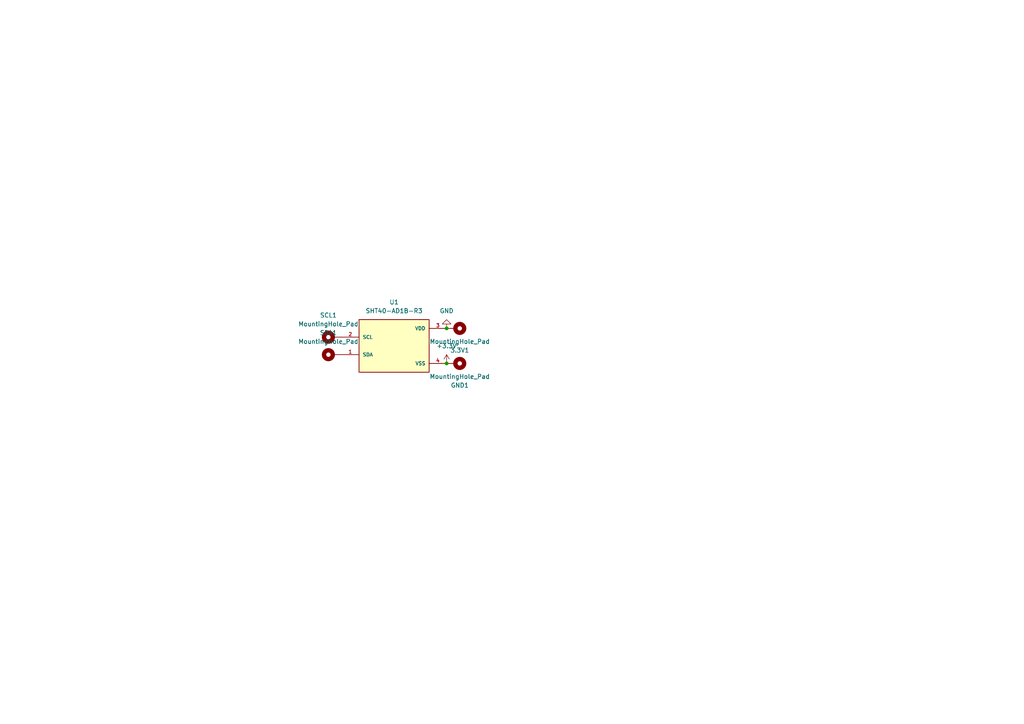
<source format=kicad_sch>
(kicad_sch (version 20250114) (generator "eeschema") (generator_version "9.0")
  (paper "A4")
  (lib_symbols
    (symbol "Mechanical:MountingHole_Pad" (pin_numbers (hide yes)) (pin_names (offset 1.016) (hide yes)) (in_bom no)
      (property "Reference" "H" (at 0 6.35 0))
      (property "Value" "MountingHole_Pad" (at 0 4.445 0))
      (symbol "MountingHole_Pad_0_1"
        (circle (center 0 1.27) (radius 1.27) (stroke (width 1.27)))
      )
      (symbol "MountingHole_Pad_1_1"
        (pin input line (at 0 -2.54 90) (length 2.54) (name "1") (number "1"))
      )
    )
    (symbol "SHT40-AD1B-R3:SHT40-AD1B-R3" (pin_names (offset 1.016))
      (property "Reference" "U" (at -10.16 8.89 0))
      (property "Value" "SHT40-AD1B-R3" (at -10.16 -10.16 0))
      (symbol "SHT40-AD1B-R3_0_0"
        (rectangle (start -10.16 -7.62) (end 10.16 7.62) (stroke (width 0.254)) (fill (type background)))
        (pin input line (at -15.24 2.54 0) (length 5.08) (name "SCL") (number "2"))
        (pin bidirectional line (at -15.24 -2.54 0) (length 5.08) (name "SDA") (number "1"))
        (pin power_in line (at 15.24 5.08 180) (length 5.08) (name "VDD") (number "3"))
        (pin power_in line (at 15.24 -5.08 180) (length 5.08) (name "VSS") (number "4"))
      )
    )
    (symbol "power:+3.3V" (power) (pin_numbers (hide yes)) (pin_names (offset 0) (hide yes))
      (property "Value" "+3.3V" (at 0 3.556 0))
      (symbol "+3.3V_0_1"
        (polyline (pts (xy -0.762 1.27) (xy 0 2.54)))
        (polyline (pts (xy 0 2.54) (xy 0.762 1.27)))
        (polyline (pts (xy 0 0) (xy 0 2.54)))
      )
      (symbol "+3.3V_1_1"
        (pin power_in line (at 0 0 90) (length 0) (name "~") (number "1"))
      )
    )
    (symbol "power:GND" (power) (pin_numbers (hide yes)) (pin_names (offset 0) (hide yes))
      (property "Value" "GND" (at 0 -3.81 0))
      (symbol "GND_0_1"
        (polyline (pts (xy 0 0) (xy 0 -1.27) (xy 1.27 -1.27) (xy 0 -2.54) (xy -1.27 -1.27) (xy 0 -1.27)))
      )
      (symbol "GND_1_1"
        (pin power_in line (at 0 0 270) (length 0) (name "~") (number "1"))
      )
    )
  )
  (junction (at 129.54 105.41))
  (junction (at 129.54 95.25))
  (symbol (lib_id "power:GND") (at 129.54 95.25 180) (unit 1)
    (property "Reference" "#PWR01" (effects (hide yes)))
    (property "Value" "GND" (at 129.54 90.17 0))
    (property "Description" "Power symbol creates a global label with name \"GND\" , ground" (effects (hide yes)))
  )
  (symbol (lib_id "Mechanical:MountingHole_Pad") (at 132.08 95.25 270) (unit 1) (in_bom no)
    (property "Reference" "3.3V1" (at 133.35 101.6 90))
    (property "Value" "MountingHole_Pad" (at 133.35 99.06 90))
    (property "Footprint" "MountingHole:MountingHole_2.2mm_M2_DIN965_Pad" (effects (hide yes)))
    (property "Description" "Mounting Hole with connection" (effects (hide yes)))
  )
  (symbol (lib_id "SHT40-AD1B-R3:SHT40-AD1B-R3") (at 114.3 100.33 0) (unit 1)
    (property "Reference" "U1" (at 114.3 87.63 0))
    (property "Value" "SHT40-AD1B-R3" (at 114.3 90.17 0))
    (property "Footprint" "SHT40-AD1B-R3:SHT4X" (effects (hide yes)))
    (property "DigiKey_Part_Number" "1649-SHT40-AD1B-R3CT-ND" (effects (hide yes)))
    (property "SnapEDA_Link" "https://www.snapeda.com/parts/SHT40-AD1B-R3/Sensirion/view-part/?ref=snap" (effects (hide yes)))
    (property "Description_1" "Digital Relative Humidity Temperature Sensor, ±1.8 / max 3.5 %RH, ±0.2 °C, Ultra-Low-Power" (effects (hide yes)))
    (property "MF" "Sensirion" (effects (hide yes)))
    (property "Package" "DFN-4 Sensirion" (effects (hide yes)))
    (property "Check_prices" "https://www.snapeda.com/parts/SHT40-AD1B-R3/Sensirion/view-part/?ref=eda" (effects (hide yes)))
    (property "MP" "SHT40-AD1B-R3" (effects (hide yes)))
  )
  (symbol (lib_id "power:+3.3V") (at 129.54 105.41 0) (unit 1)
    (property "Reference" "#PWR02" (effects (hide yes)))
    (property "Value" "+3.3V" (at 129.54 100.33 0))
    (property "Description" "Power symbol creates a global label with name \"+3.3V\"" (effects (hide yes)))
  )
  (symbol (lib_id "Mechanical:MountingHole_Pad") (at 96.52 102.87 90) (unit 1) (in_bom no)
    (property "Reference" "SDA1" (at 95.25 96.52 90))
    (property "Value" "MountingHole_Pad" (at 95.25 99.06 90))
    (property "Footprint" "MountingHole:MountingHole_2.2mm_M2_DIN965_Pad" (effects (hide yes)))
    (property "Description" "Mounting Hole with connection" (effects (hide yes)))
  )
  (symbol (lib_id "Mechanical:MountingHole_Pad") (at 132.08 105.41 270) (unit 1) (in_bom no)
    (property "Reference" "GND1" (at 133.35 111.76 90))
    (property "Value" "MountingHole_Pad" (at 133.35 109.22 90))
    (property "Footprint" "MountingHole:MountingHole_2.2mm_M2_DIN965_Pad" (effects (hide yes)))
    (property "Description" "Mounting Hole with connection" (effects (hide yes)))
  )
  (symbol (lib_id "Mechanical:MountingHole_Pad") (at 96.52 97.79 90) (unit 1) (in_bom no)
    (property "Reference" "SCL1" (at 95.25 91.44 90))
    (property "Value" "MountingHole_Pad" (at 95.25 93.98 90))
    (property "Footprint" "MountingHole:MountingHole_2.2mm_M2_DIN965_Pad" (effects (hide yes)))
    (property "Description" "Mounting Hole with connection" (effects (hide yes)))
  )
)
</source>
